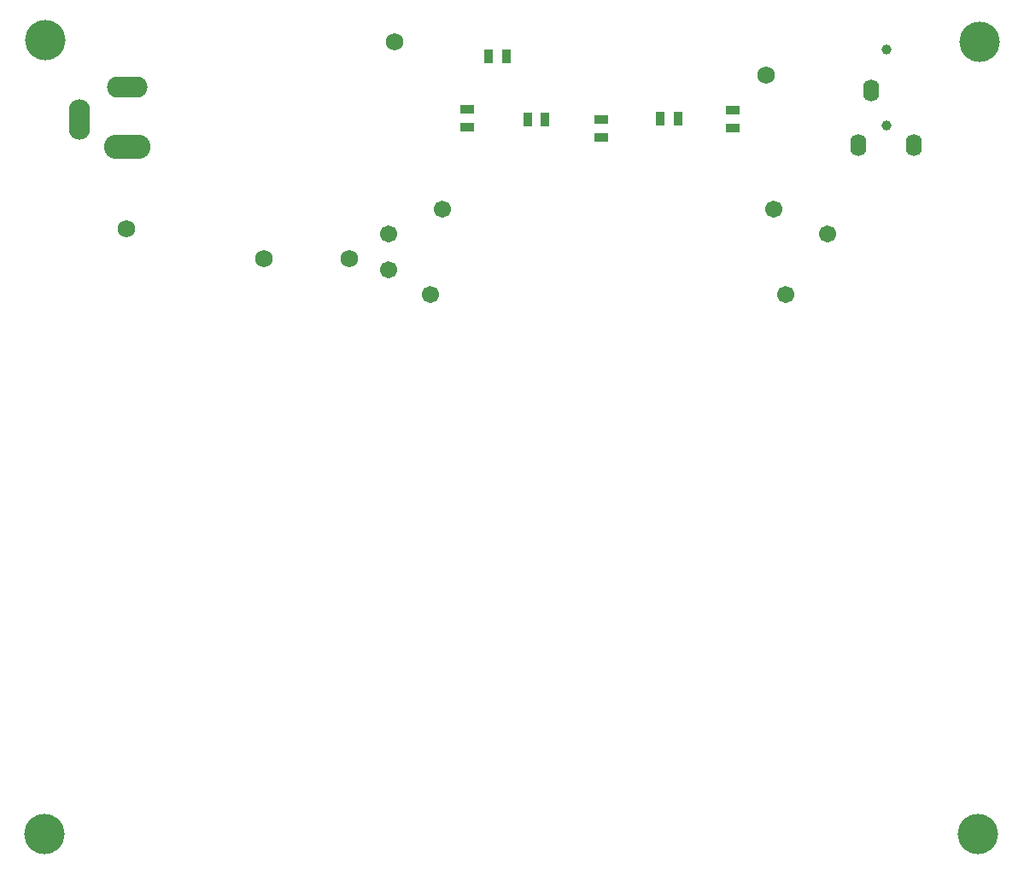
<source format=gbr>
%TF.GenerationSoftware,KiCad,Pcbnew,8.0.3*%
%TF.CreationDate,2024-08-08T10:10:12-07:00*%
%TF.ProjectId,VULED,56554c45-442e-46b6-9963-61645f706362,rev?*%
%TF.SameCoordinates,Original*%
%TF.FileFunction,Soldermask,Bot*%
%TF.FilePolarity,Negative*%
%FSLAX46Y46*%
G04 Gerber Fmt 4.6, Leading zero omitted, Abs format (unit mm)*
G04 Created by KiCad (PCBNEW 8.0.3) date 2024-08-08 10:10:12*
%MOMM*%
%LPD*%
G01*
G04 APERTURE LIST*
%ADD10O,4.604000X2.404000*%
%ADD11O,4.004000X2.104000*%
%ADD12O,2.104000X4.004000*%
%ADD13C,0.990600*%
%ADD14O,1.600000X2.200000*%
%ADD15C,1.734000*%
%ADD16C,4.000000*%
%ADD17C,1.701800*%
%ADD18R,1.397000X0.812800*%
%ADD19R,0.812800X1.397000*%
G04 APERTURE END LIST*
D10*
%TO.C,J2*%
X58010000Y-68920000D03*
D11*
X58010000Y-62965000D03*
D12*
X53320000Y-66215000D03*
%TD*%
D13*
%TO.C,J1*%
X133325000Y-59289566D03*
X133325000Y-66789566D03*
D14*
X131814876Y-63319566D03*
X136044876Y-68729566D03*
X130564876Y-68739566D03*
%TD*%
D15*
%TO.C,J3*%
X80060000Y-80040000D03*
%TD*%
D16*
%TO.C,H1*%
X142336191Y-137046191D03*
%TD*%
D15*
%TO.C,J6*%
X121415000Y-61845000D03*
%TD*%
D17*
%TO.C,RV1*%
X88130150Y-83589963D03*
X89330148Y-75090036D03*
X122130158Y-75090036D03*
X123330156Y-83589963D03*
X83980158Y-77590035D03*
X83980158Y-81090037D03*
X127480147Y-77590035D03*
%TD*%
D16*
%TO.C,H4*%
X49885000Y-58380000D03*
%TD*%
%TO.C,H3*%
X142515000Y-58510000D03*
%TD*%
%TO.C,H2*%
X49850000Y-137075000D03*
%TD*%
D15*
%TO.C,J4*%
X84515000Y-58520000D03*
%TD*%
%TO.C,J5*%
X71580000Y-79995000D03*
%TD*%
%TO.C,J7*%
X58000000Y-77035000D03*
%TD*%
D18*
%TO.C,R10*%
X91705150Y-65203663D03*
X91705150Y-66956263D03*
%TD*%
D19*
%TO.C,R9*%
X97738850Y-66184963D03*
X99491450Y-66184963D03*
%TD*%
%TO.C,R11*%
X93848850Y-59909963D03*
X95601450Y-59909963D03*
%TD*%
D18*
%TO.C,R8*%
X105055150Y-66228663D03*
X105055150Y-67981263D03*
%TD*%
D19*
%TO.C,R7*%
X110909850Y-66129563D03*
X112662450Y-66129563D03*
%TD*%
D18*
%TO.C,R6*%
X118081150Y-67020863D03*
X118081150Y-65268263D03*
%TD*%
M02*

</source>
